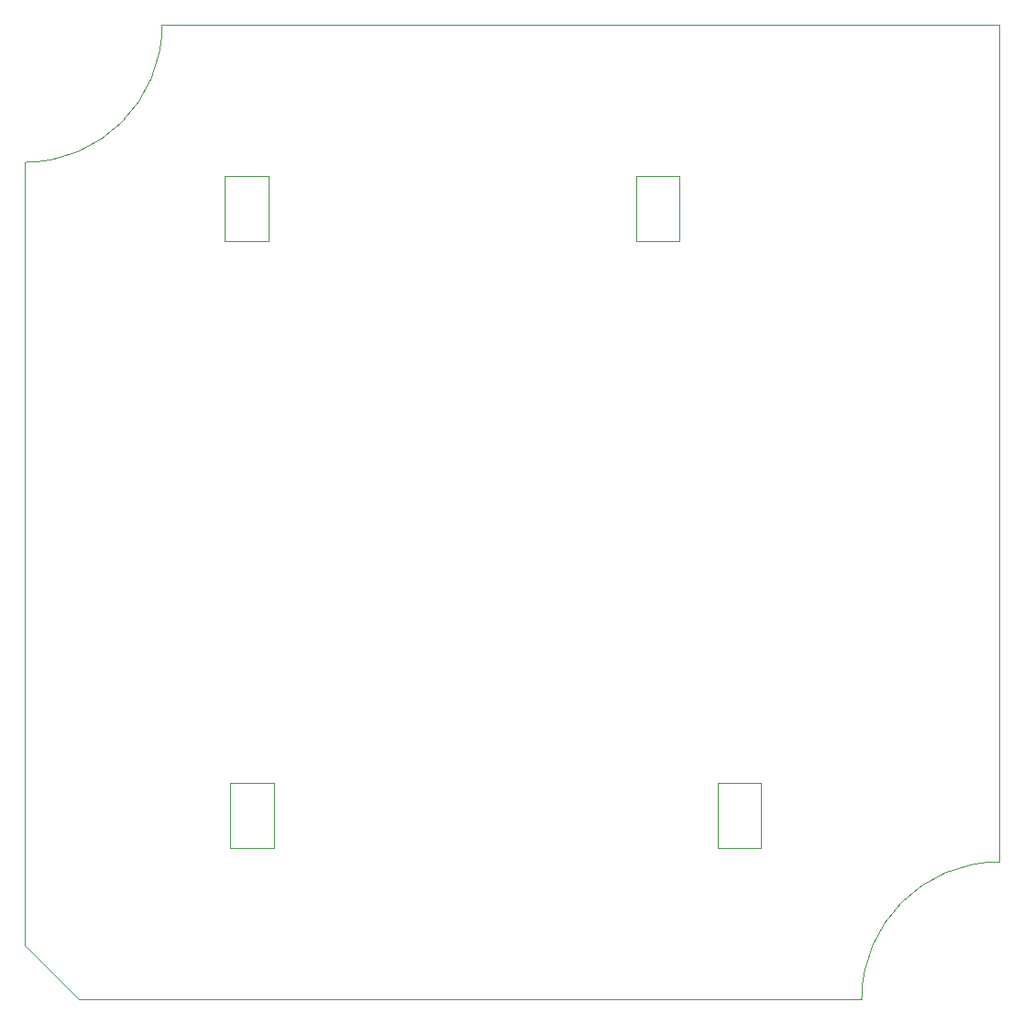
<source format=gbr>
%TF.GenerationSoftware,KiCad,Pcbnew,8.0.1*%
%TF.CreationDate,2024-05-08T21:45:22-04:00*%
%TF.ProjectId,Headlight Controller 1_1,48656164-6c69-4676-9874-20436f6e7472,1.1*%
%TF.SameCoordinates,Original*%
%TF.FileFunction,Profile,NP*%
%FSLAX46Y46*%
G04 Gerber Fmt 4.6, Leading zero omitted, Abs format (unit mm)*
G04 Created by KiCad (PCBNEW 8.0.1) date 2024-05-08 21:45:22*
%MOMM*%
%LPD*%
G01*
G04 APERTURE LIST*
%TA.AperFunction,Profile*%
%ADD10C,0.050000*%
%TD*%
G04 APERTURE END LIST*
D10*
X40000000Y-137300000D02*
X45000000Y-142300000D01*
X117300000Y-142300000D02*
G75*
G02*
X130000000Y-129600000I12700000J0D01*
G01*
X40000000Y-65000000D02*
X40000000Y-137300000D01*
X52700000Y-52300000D02*
X130000000Y-52300000D01*
X117300000Y-142300000D02*
X45000000Y-142300000D01*
X52700000Y-52300000D02*
G75*
G02*
X40000000Y-65000000I-12700000J0D01*
G01*
X130000000Y-129600000D02*
X130000000Y-52300000D01*
%TO.C,J2*%
X58500000Y-66300000D02*
X62500000Y-66300000D01*
X62500000Y-72300000D01*
X58500000Y-72300000D01*
X58500000Y-66300000D01*
X96500000Y-66300000D02*
X100500000Y-66300000D01*
X100500000Y-72300000D01*
X96500000Y-72300000D01*
X96500000Y-66300000D01*
%TO.C,J1*%
X59000000Y-122300000D02*
X63000000Y-122300000D01*
X63000000Y-128300000D01*
X59000000Y-128300000D01*
X59000000Y-122300000D01*
X104000000Y-122300000D02*
X108000000Y-122300000D01*
X108000000Y-128300000D01*
X104000000Y-128300000D01*
X104000000Y-122300000D01*
%TD*%
M02*

</source>
